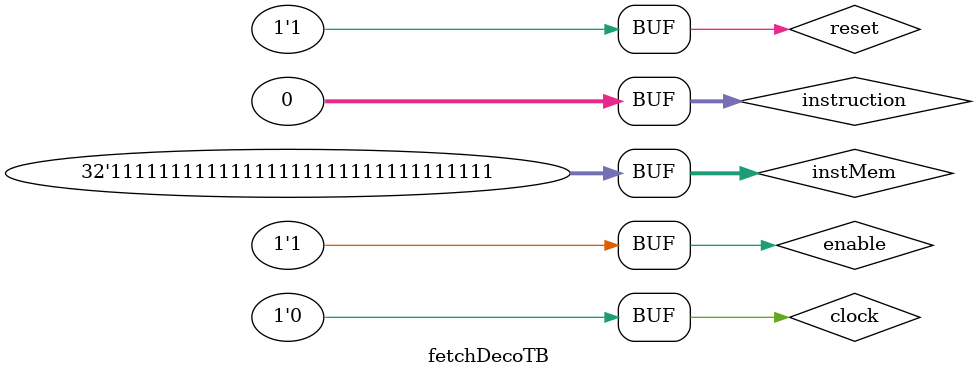
<source format=sv>
module fetchDecoTB();
// All
logic clock;
// fetch deco
logic reset;
logic enable;
logic [0:31] instMem;
logic [0:31] instruction;

pipeFetchDeco dut(.clk(clock), .rst(reset), .E(enable), .instIn(instMem), .instOut(instruction));

//######TEST BENCH pipe Fetch Deco
initial
begin
	//Fetch Deco
	clock=0;
	reset=0;
	#5
	reset=1;
	enable = 1;
	instMem = 32'b10001000100010001000100010001000;
	instruction = 0;
	#15
	instMem = 32'b10101010101010101010101010101010;
	#5
	enable = 0;
	#10
	instMem = 32'b10101010101010101010101010101010;
	#10
	enable = 1;
	instMem = 32'b11111111111111111111111111111111;
	#8;
	
end



always
begin
	clock <= 1;
	#5 
	clock <= 0;
	#5;
end
endmodule

</source>
